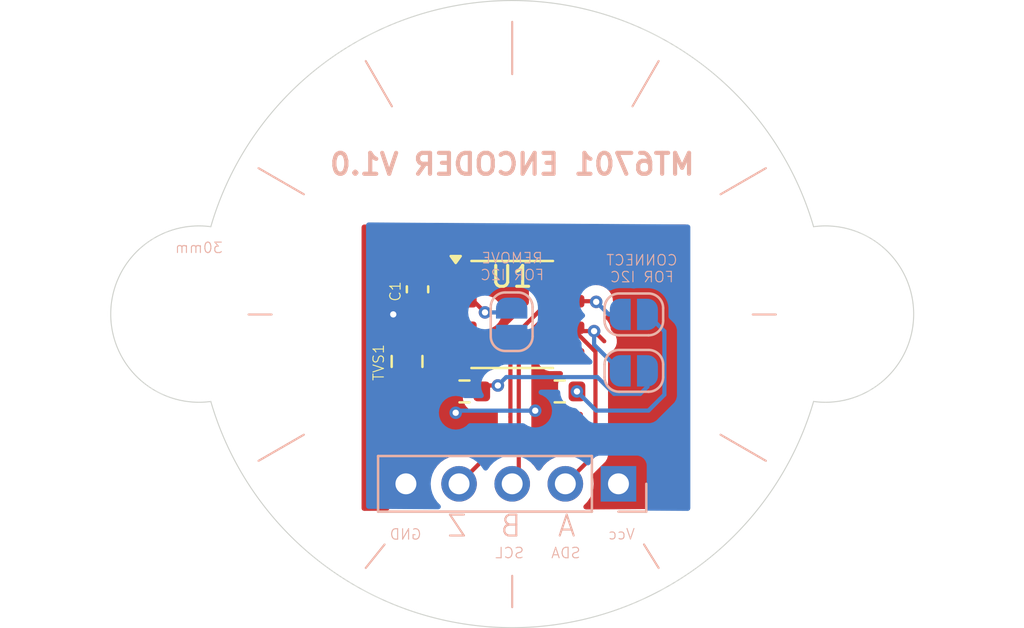
<source format=kicad_pcb>
(kicad_pcb (version 20240108) (generator "pcbnew") (generator_version "8.0")
  (layers (0 "F.Cu" signal) (1 "In1.Cu" signal) (2 "In2.Cu" signal) (31 "B.Cu" signal) (34 "B.Paste" user) (35 "F.Paste" user) (36 "B.SilkS" user "B.Silkscreen") (37 "F.SilkS" user "F.Silkscreen") (38 "B.Mask" user) (39 "F.Mask" user) (44 "Edge.Cuts" user))
  (net 0 "")
  (net 1 "Vcc")
  (net 2 "GND")
  (net 3 "ENC_A")
  (net 4 "ENC_B")
  (net 5 "MODE")
  (net 6 "/OUT")
  (net 8 "Net-(JP1-A)")
  (net 9 "Net-(JP2-A)")
  (net 10 "ENC_Z")
  (footprint "Capacitor_SMD:C_0805_2012Metric" (layer "F.Cu") (at 94.975 102.245 90)
    (property "Reference" "TVS1" (at -0.05 -1.36 90) (layer "F.SilkS") (effects (font (size 0.5 0.5) (thickness 0.05))))
    (property "Value" "SMFJ6.0A / SMFJ6.0CA")
    (fp_line (start -0.261252 -0.735) (end 0.261252 -0.735) (stroke (width 0.12)) (layer "F.SilkS"))
    (fp_line (start -0.261252 0.735) (end 0.261252 0.735) (stroke (width 0.12)) (layer "F.SilkS"))
    (pad "1" smd roundrect (at -0.95 0 90) (size 1 1.45) (layers "F.Cu" "F.Paste" "F.Mask") (net 1 "Vcc"))
    (pad "2" smd roundrect (at 0.95 0 90) (size 1 1.45) (layers "F.Cu" "F.Paste" "F.Mask") (net 2 "GND"))
  )
  (footprint "Capacitor_SMD:C_0603_1608Metric" (layer "F.Cu") (at 95.475 98.795 -90)
    (property "Reference" "C1" (at 0.1 1.06 -90) (layer "F.SilkS") (effects (font (size 0.5 0.5) (thickness 0.05))))
    (property "Value" "C_Small")
    (fp_line (start -0.14058 0.51) (end 0.14058 0.51) (stroke (width 0.12)) (layer "F.SilkS"))
    (fp_line (start -0.14058 -0.51) (end 0.14058 -0.51) (stroke (width 0.12)) (layer "F.SilkS"))
    (pad "1" smd roundrect (at -0.775 0 270) (size 0.9 0.95) (layers "F.Cu" "F.Paste" "F.Mask") (net 1 "Vcc"))
    (pad "2" smd roundrect (at 0.775 0 270) (size 0.9 0.95) (layers "F.Cu" "F.Paste" "F.Mask") (net 2 "GND"))
  )
  (footprint "MountingHole:MountingHole_4.3mm_M4" (layer "F.Cu") (at 115 100)
    (property "Reference" "REF**" (hide yes))
    (property "Value" "MountingHole_4.3mm_M4")
    (pad "" np_thru_hole circle (at 0 0) (size 4.3 4.3) (drill 4.3) (layers "*.Cu" "*.Mask"))
  )
  (footprint "Resistor_SMD:R_0603_1608Metric" (layer "F.Cu") (at 97.72 103.68 180)
    (property "Reference" "R1" (hide yes))
    (property "Value" "R")
    (fp_line (start -0.237258 0.5225) (end 0.237258 0.5225) (stroke (width 0.12)) (layer "F.SilkS"))
    (fp_line (start -0.237258 -0.5225) (end 0.237258 -0.5225) (stroke (width 0.12)) (layer "F.SilkS"))
    (pad "1" smd roundrect (at -0.825 0 180) (size 0.8 0.95) (layers "F.Cu" "F.Paste" "F.Mask") (net 8 "Net-(JP1-A)"))
    (pad "2" smd roundrect (at 0.825 0 180) (size 0.8 0.95) (layers "F.Cu" "F.Paste" "F.Mask") (net 1 "Vcc"))
  )
  (footprint "Resistor_SMD:R_0603_1608Metric" (layer "F.Cu") (at 102.27 103.68 180)
    (property "Reference" "R2" (hide yes))
    (property "Value" "R")
    (fp_line (start -0.237258 0.5225) (end 0.237258 0.5225) (stroke (width 0.12)) (layer "F.SilkS"))
    (fp_line (start -0.237258 -0.5225) (end 0.237258 -0.5225) (stroke (width 0.12)) (layer "F.SilkS"))
    (pad "1" smd roundrect (at -0.825 0 180) (size 0.8 0.95) (layers "F.Cu" "F.Paste" "F.Mask") (net 9 "Net-(JP2-A)"))
    (pad "2" smd roundrect (at 0.825 0 180) (size 0.8 0.95) (layers "F.Cu" "F.Paste" "F.Mask") (net 1 "Vcc"))
  )
  (footprint "Package_SO:SO-8_3.9x4.9mm_P1.27mm" (layer "F.Cu") (at 100 100)
    (property "Reference" "U1" (at -0.025 -1.805 0) (layer "F.SilkS"))
    (property "Value" "MT6701CT")
    (fp_line (start 0 -2.56) (end -1.95 -2.56) (stroke (width 0.12)) (layer "F.SilkS"))
    (fp_line (start 0 -2.56) (end 1.95 -2.56) (stroke (width 0.12)) (layer "F.SilkS"))
    (fp_line (start 0 2.56) (end -1.95 2.56) (stroke (width 0.12)) (layer "F.SilkS"))
    (fp_line (start 0 2.56) (end 1.95 2.56) (stroke (width 0.12)) (layer "F.SilkS"))
    (fp_poly (pts (xy -2.7 -2.465) (xy -2.94 -2.795) (xy -2.46 -2.795) (xy -2.7 -2.465)) (stroke (width 0.12)) (fill solid) (layer "F.SilkS"))
    (pad "1" smd roundrect (at -2.575 -1.905) (size 1.75 0.6) (layers "F.Cu" "F.Paste" "F.Mask") (net 1 "Vcc"))
    (pad "2" smd roundrect (at -2.575 -0.635) (size 1.75 0.6) (layers "F.Cu" "F.Paste" "F.Mask") (net 5 "MODE"))
    (pad "3" smd roundrect (at -2.575 0.635) (size 1.75 0.6) (layers "F.Cu" "F.Paste" "F.Mask") (net 6 "/OUT"))
    (pad "4" smd roundrect (at -2.575 1.905) (size 1.75 0.6) (layers "F.Cu" "F.Paste" "F.Mask") (net 2 "GND"))
    (pad "5" smd roundrect (at 2.575 1.905) (size 1.75 0.6) (layers "F.Cu" "F.Paste" "F.Mask"))
    (pad "6" smd roundrect (at 2.575 0.635) (size 1.75 0.6) (layers "F.Cu" "F.Paste" "F.Mask") (net 3 "ENC_A"))
    (pad "7" smd roundrect (at 2.575 -0.635) (size 1.75 0.6) (layers "F.Cu" "F.Paste" "F.Mask") (net 4 "ENC_B"))
    (pad "8" smd roundrect (at 2.575 -1.905) (size 1.75 0.6) (layers "F.Cu" "F.Paste" "F.Mask") (net 10 "ENC_Z"))
  )
  (footprint "MountingHole:MountingHole_4.3mm_M4" (layer "F.Cu") (at 85 100)
    (property "Reference" "REF**" (hide yes))
    (property "Value" "MountingHole_4.3mm_M4")
    (pad "" np_thru_hole circle (at 0 0) (size 4.3 4.3) (drill 4.3) (layers "*.Cu" "*.Mask"))
  )
  (footprint "Jumper:SolderJumper-2_P1.3mm_Open_RoundedPad1.0x1.5mm" (layer "B.Cu") (at 99.975 100.345 -90)
    (property "Reference" "JP3" (hide yes))
    (property "Value" "SolderJumper_2_Open")
    (fp_line (start 0.7 1) (end -0.7 1) (stroke (width 0.12)) (layer "B.SilkS"))
    (fp_line (start -1.4 0.3) (end -1.4 -0.3) (stroke (width 0.12)) (layer "B.SilkS"))
    (fp_line (start 1.4 -0.3) (end 1.4 0.3) (stroke (width 0.12)) (layer "B.SilkS"))
    (fp_line (start -0.7 -1) (end 0.7 -1) (stroke (width 0.12)) (layer "B.SilkS"))
    (fp_arc (start -0.7 1) (mid -1.194975 0.794975) (end -1.4 0.3) (stroke (width 0.12)) (layer "B.SilkS"))
    (fp_arc (start 1.4 0.3) (mid 1.194975 0.794975) (end 0.7 1) (stroke (width 0.12)) (layer "B.SilkS"))
    (fp_arc (start -1.4 -0.3) (mid -1.194975 -0.794975) (end -0.7 -1) (stroke (width 0.12)) (layer "B.SilkS"))
    (fp_arc (start 0.7 -1) (mid 1.194975 -0.794975) (end 1.4 -0.3) (stroke (width 0.12)) (layer "B.SilkS"))
    (pad "1" smd custom (at -0.65 0 270) (size 1 0.5) (layers "B.Cu" "B.Mask") (net 5 "MODE") (options (clearance outline) (anchor rect)) (primitives (gr_circle (center 0 -0.25) (end 0.5 -0.25) (width 0) (fill yes)) (gr_circle (center 0 0.25) (end 0.5 0.25) (width 0) (fill yes)) (gr_poly (pts (xy 0.5 -0.75) (xy 0 -0.75) (xy 0 0.75) (xy 0.5 0.75)) (width 0) (fill yes))))
    (pad "2" smd custom (at 0.65 0 270) (size 1 0.5) (layers "B.Cu" "B.Mask") (net 2 "GND") (options (clearance outline) (anchor rect)) (primitives (gr_circle (center 0 -0.25) (end 0.5 -0.25) (width 0) (fill yes)) (gr_circle (center 0 0.25) (end 0.5 0.25) (width 0) (fill yes)) (gr_poly (pts (xy 0 -0.75) (xy -0.5 -0.75) (xy -0.5 0.75) (xy 0 0.75)) (width 0) (fill yes))))
  )
  (footprint "Jumper:SolderJumper-2_P1.3mm_Open_RoundedPad1.0x1.5mm" (layer "B.Cu") (at 105.815 102.695 180)
    (property "Reference" "JP1" (hide yes))
    (property "Value" "SolderJumper_2_Open")
    (fp_line (start 1.4 -0.3) (end 1.4 0.3) (stroke (width 0.12)) (layer "B.SilkS"))
    (fp_line (start 0.7 1) (end -0.7 1) (stroke (width 0.12)) (layer "B.SilkS"))
    (fp_line (start -0.7 -1) (end 0.7 -1) (stroke (width 0.12)) (layer "B.SilkS"))
    (fp_line (start -1.4 0.3) (end -1.4 -0.3) (stroke (width 0.12)) (layer "B.SilkS"))
    (fp_arc (start 1.4 0.3) (mid 1.194975 0.794975) (end 0.7 1) (stroke (width 0.12)) (layer "B.SilkS"))
    (fp_arc (start 0.7 -1) (mid 1.194975 -0.794975) (end 1.4 -0.3) (stroke (width 0.12)) (layer "B.SilkS"))
    (fp_arc (start -0.7 1) (mid -1.194975 0.794975) (end -1.4 0.3) (stroke (width 0.12)) (layer "B.SilkS"))
    (fp_arc (start -1.4 -0.3) (mid -1.194975 -0.794975) (end -0.7 -1) (stroke (width 0.12)) (layer "B.SilkS"))
    (pad "1" smd custom (at -0.65 0 180) (size 1 0.5) (layers "B.Cu" "B.Mask") (net 8 "Net-(JP1-A)") (options (clearance outline) (anchor rect)) (primitives (gr_circle (center 0 -0.25) (end 0.5 -0.25) (width 0) (fill yes)) (gr_circle (center 0 0.25) (end 0.5 0.25) (width 0) (fill yes)) (gr_poly (pts (xy 0.5 -0.75) (xy 0 -0.75) (xy 0 0.75) (xy 0.5 0.75)) (width 0) (fill yes))))
    (pad "2" smd custom (at 0.65 0 180) (size 1 0.5) (layers "B.Cu" "B.Mask") (net 3 "ENC_A") (options (clearance outline) (anchor rect)) (primitives (gr_circle (center 0 -0.25) (end 0.5 -0.25) (width 0) (fill yes)) (gr_circle (center 0 0.25) (end 0.5 0.25) (width 0) (fill yes)) (gr_poly (pts (xy 0 -0.75) (xy -0.5 -0.75) (xy -0.5 0.75) (xy 0 0.75)) (width 0) (fill yes))))
  )
  (footprint "Jumper:SolderJumper-2_P1.3mm_Open_RoundedPad1.0x1.5mm" (layer "B.Cu") (at 105.815 99.995 180)
    (property "Reference" "JP2" (hide yes))
    (property "Value" "SolderJumper_2_Open")
    (fp_line (start 1.4 -0.3) (end 1.4 0.3) (stroke (width 0.12)) (layer "B.SilkS"))
    (fp_line (start 0.7 1) (end -0.7 1) (stroke (width 0.12)) (layer "B.SilkS"))
    (fp_line (start -0.7 -1) (end 0.7 -1) (stroke (width 0.12)) (layer "B.SilkS"))
    (fp_line (start -1.4 0.3) (end -1.4 -0.3) (stroke (width 0.12)) (layer "B.SilkS"))
    (fp_arc (start 1.4 0.3) (mid 1.194975 0.794975) (end 0.7 1) (stroke (width 0.12)) (layer "B.SilkS"))
    (fp_arc (start 0.7 -1) (mid 1.194975 -0.794975) (end 1.4 -0.3) (stroke (width 0.12)) (layer "B.SilkS"))
    (fp_arc (start -0.7 1) (mid -1.194975 0.794975) (end -1.4 0.3) (stroke (width 0.12)) (layer "B.SilkS"))
    (fp_arc (start -1.4 -0.3) (mid -1.194975 -0.794975) (end -0.7 -1) (stroke (width 0.12)) (layer "B.SilkS"))
    (pad "1" smd custom (at -0.65 0 180) (size 1 0.5) (layers "B.Cu" "B.Mask") (net 9 "Net-(JP2-A)") (options (clearance outline) (anchor rect)) (primitives (gr_circle (center 0 -0.25) (end 0.5 -0.25) (width 0) (fill yes)) (gr_circle (center 0 0.25) (end 0.5 0.25) (width 0) (fill yes)) (gr_poly (pts (xy 0.5 -0.75) (xy 0 -0.75) (xy 0 0.75) (xy 0.5 0.75)) (width 0) (fill yes))))
    (pad "2" smd custom (at 0.65 0 180) (size 1 0.5) (layers "B.Cu" "B.Mask") (net 4 "ENC_B") (options (clearance outline) (anchor rect)) (primitives (gr_circle (center 0 -0.25) (end 0.5 -0.25) (width 0) (fill yes)) (gr_circle (center 0 0.25) (end 0.5 0.25) (width 0) (fill yes)) (gr_poly (pts (xy 0 -0.75) (xy -0.5 -0.75) (xy -0.5 0.75) (xy 0 0.75)) (width 0) (fill yes))))
  )
  (footprint "Connector_PinHeader_2.54mm:PinHeader_1x05_P2.54mm_Vertical" (layer "B.Cu") (at 105.08 108.1 90)
    (property "Reference" "J5" (hide yes))
    (property "Value" "Conn_01x05")
    (fp_line (start 1.33 -11.49) (end -1.33 -11.49) (stroke (width 0.12)) (layer "B.SilkS"))
    (fp_line (start 1.33 -11.49) (end 1.33 -1.27) (stroke (width 0.12)) (layer "B.SilkS"))
    (fp_line (start -1.33 -11.49) (end -1.33 -1.27) (stroke (width 0.12)) (layer "B.SilkS"))
    (fp_line (start 1.33 -1.27) (end -1.33 -1.27) (stroke (width 0.12)) (layer "B.SilkS"))
    (fp_line (start 0 1.33) (end -1.33 1.33) (stroke (width 0.12)) (layer "B.SilkS"))
    (fp_line (start -1.33 1.33) (end -1.33 0) (stroke (width 0.12)) (layer "B.SilkS"))
    (pad "1" thru_hole rect (at 0 0 90) (size 1.7 1.7) (drill 1) (layers "*.Cu" "*.Mask") (net 1 "Vcc"))
    (pad "2" thru_hole oval (at 0 -2.54 90) (size 1.7 1.7) (drill 1) (layers "*.Cu" "*.Mask") (net 3 "ENC_A"))
    (pad "3" thru_hole oval (at 0 -5.08 90) (size 1.7 1.7) (drill 1) (layers "*.Cu" "*.Mask") (net 4 "ENC_B"))
    (pad "4" thru_hole oval (at 0 -7.62 90) (size 1.7 1.7) (drill 1) (layers "*.Cu" "*.Mask") (net 10 "ENC_Z"))
    (pad "5" thru_hole oval (at 0 -10.16 90) (size 1.7 1.7) (drill 1) (layers "*.Cu" "*.Mask") (net 2 "GND"))
  )
  (gr_line (start 109.959292 105.75) (end 112.124356 107) (stroke (width 0.1)) (layer "B.SilkS"))
  (gr_line (start 106.3 111) (end 107 112.124356) (stroke (width 0.1)) (layer "B.SilkS"))
  (gr_line (start 100 112.5) (end 100 114) (stroke (width 0.1)) (layer "B.SilkS"))
  (gr_line (start 105.75 90.040708) (end 107 87.875644) (stroke (width 0.1)) (layer "B.SilkS"))
  (gr_line (start 90.040708 105.75) (end 87.875644 107) (stroke (width 0.1)) (layer "B.SilkS"))
  (gr_line (start 88.5 100) (end 87.4 100) (stroke (width 0.1)) (layer "B.SilkS"))
  (gr_line (start 90.040708 94.25) (end 87.875644 93) (stroke (width 0.1)) (layer "B.SilkS"))
  (gr_line (start 100 88.5) (end 100 86) (stroke (width 0.1)) (layer "B.SilkS"))
  (gr_line (start 94.25 90.040708) (end 93 87.875644) (stroke (width 0.1)) (layer "B.SilkS"))
  (gr_line (start 109.959292 94.25) (end 112.124356 93) (stroke (width 0.1)) (layer "B.SilkS"))
  (gr_line (start 93.9 111) (end 93 112.124356) (stroke (width 0.1)) (layer "B.SilkS"))
  (gr_line (start 111.5 100) (end 112.6 100) (stroke (width 0.1)) (layer "B.SilkS"))
  (gr_circle (center 115 99.980153) (end 117 99.980153) (stroke (width 0.2)) (fill none) (layer "Edge.Cuts"))
  (gr_arc (start 114.405774 104.160306) (mid 100 114.980153) (end 85.594226 104.160306) (stroke (width 0.05)) (layer "Edge.Cuts"))
  (gr_arc (start 85.594227 95.8) (mid 100 84.980153) (end 114.405773 95.8) (stroke (width 0.05)) (layer "Edge.Cuts"))
  (gr_arc (start 114.405774 95.8) (mid 119.189852 99.980153) (end 114.405774 104.160306) (stroke (width 0.05)) (layer "Edge.Cuts"))
  (gr_circle (center 85 99.980153) (end 87 99.980153) (stroke (width 0.2)) (fill none) (layer "Edge.Cuts"))
  (gr_arc (start 85.594226 104.160306) (mid 80.810147 99.980153) (end 85.594226 95.8) (stroke (width 0.05)) (layer "Edge.Cuts"))
  (gr_text "GND" (at 95.7 110.8105 0) (layer "B.SilkS") (effects (font (size 0.5 0.5) (thickness 0.05)) (justify left bottom mirror)))
  (gr_text "SDA" (at 103.3 111.7 0) (layer "B.SilkS") (effects (font (size 0.5 0.5) (thickness 0.05)) (justify left bottom mirror)))
  (gr_text "30mm" (at 86.2 97.1 0) (layer "B.SilkS") (effects (font (size 0.5 0.5) (thickness 0.05)) (justify left bottom mirror)))
  (gr_text "SCL\n" (at 100.6 111.7 0) (layer "B.SilkS") (effects (font (size 0.5 0.5) (thickness 0.05)) (justify left bottom mirror)))
  (gr_text "Vcc" (at 105.9 110.8 0) (layer "B.SilkS") (effects (font (size 0.5 0.5) (thickness 0.05)) (justify left bottom mirror)))
  (gr_text "REMOVE\nFOR I2C" (at 100 98.4 0) (layer "B.SilkS") (effects (font (size 0.5 0.5) (thickness 0.05)) (justify bottom mirror)))
  (gr_text "B" (at 100.5 110.7 0) (layer "B.SilkS") (effects (font (size 1 1) (thickness 0.1)) (justify left bottom mirror)))
  (gr_text "CONNECT\nFOR I2C" (at 106.2 98.5 0) (layer "B.SilkS") (effects (font (size 0.5 0.5) (thickness 0.05)) (justify bottom mirror)))
  (gr_text "MT6701 ENCODER V1.0" (at 100 93.4 0) (layer "B.SilkS") (effects (font (size 1 1) (thickness 0.2) (bold yes)) (justify bottom mirror)))
  (gr_text "Z" (at 97.9 110.7 0) (layer "B.SilkS") (effects (font (size 1 1) (thickness 0.1)) (justify left bottom mirror)))
  (gr_text "A" (at 103.1 110.7 0) (layer "B.SilkS") (effects (font (size 1 1) (thickness 0.1)) (justify left bottom mirror)))
  (segment (start 94.39 98.02) (end 94.315 98.095) (width 0.2) (layer "F.Cu") (net 1))
  (segment (start 95.475 98.02) (end 94.39 98.02) (width 0.2) (layer "F.Cu") (net 1))
  (segment (start 97.3 104.7) (end 97.3 104.085) (width 0.2) (layer "F.Cu") (net 1))
  (segment (start 97.425 98.095) (end 95.55 98.095) (width 0.2) (layer "F.Cu") (net 1))
  (segment (start 95.55 98.095) (end 95.475 98.02) (width 0.2) (layer "F.Cu") (net 1))
  (segment (start 101.445 104.255) (end 101.1 104.6) (width 0.2) (layer "F.Cu") (net 1))
  (segment (start 95.475 98.02) (end 95.475 97.155) (width 0.2) (layer "F.Cu") (net 1))
  (segment (start 101.445 103.68) (end 101.445 104.255) (width 0.2) (layer "F.Cu") (net 1))
  (segment (start 95.475 97.155) (end 95.415 97.095) (width 0.2) (layer "F.Cu") (net 1))
  (segment (start 97.3 104.085) (end 96.895 103.68) (width 0.2) (layer "F.Cu") (net 1))
  (via (at 97.3 104.7) (size 0.6) (drill 0.3) (layers "F.Cu" "B.Cu") (net 1))
  (via (at 101.1 104.6) (size 0.6) (drill 0.3) (layers "F.Cu" "B.Cu") (net 1))
  (segment (start 101.1 104.6) (end 97.4 104.6) (width 0.2) (layer "B.Cu") (net 1))
  (segment (start 97.4 104.6) (end 97.3 104.7) (width 0.2) (layer "B.Cu") (net 1))
  (segment (start 95.475 99.57) (end 95.475 100.795) (width 0.2) (layer "F.Cu") (net 2))
  (segment (start 94.975 101.295) (end 94.975 100.655) (width 0.2) (layer "F.Cu") (net 2))
  (segment (start 97.425 101.905) (end 95.585 101.905) (width 0.2) (layer "F.Cu") (net 2))
  (segment (start 95.475 100.795) (end 94.975 101.295) (width 0.2) (layer "F.Cu") (net 2))
  (segment (start 94.975 100.655) (end 94.315 99.995) (width 0.2) (layer "F.Cu") (net 2))
  (segment (start 95.585 101.905) (end 94.975 101.295) (width 0.2) (layer "F.Cu") (net 2))
  (via (at 94.315 99.995) (size 0.6) (drill 0.3) (layers "F.Cu" "B.Cu") (net 2))
  (segment (start 103.915 100.795) (end 104.4 101.28) (width 0.2) (layer "F.Cu") (net 3))
  (segment (start 102.835 100.635) (end 103.98 101.78) (width 0.2) (layer "F.Cu") (net 3))
  (segment (start 103.98 101.78) (end 103.98 105.5) (width 0.2) (layer "F.Cu") (net 3))
  (segment (start 102.54 108.1) (end 103.98 106.66) (width 0.2) (layer "F.Cu") (net 3))
  (segment (start 103.98 106.66) (end 103.98 105.5) (width 0.2) (layer "F.Cu") (net 3))
  (segment (start 102.735 100.795) (end 102.575 100.635) (width 0.2) (layer "F.Cu") (net 3))
  (segment (start 103.915 100.795) (end 102.735 100.795) (width 0.2) (layer "F.Cu") (net 3))
  (segment (start 102.575 100.635) (end 102.835 100.635) (width 0.2) (layer "F.Cu") (net 3))
  (via (at 103.915 100.795) (size 0.6) (drill 0.3) (layers "F.Cu" "B.Cu") (net 3))
  (segment (start 103.915 101.445) (end 103.915 100.795) (width 0.2) (layer "B.Cu") (net 3))
  (segment (start 105.165 102.695) (end 103.915 101.445) (width 0.2) (layer "B.Cu") (net 3))
  (segment (start 100.315 101.379448) (end 102.329448 99.365) (width 0.2) (layer "F.Cu") (net 4))
  (segment (start 102.575 99.365) (end 103.985 99.365) (width 0.2) (layer "F.Cu") (net 4))
  (segment (start 100.315 107.785) (end 100.315 101.379448) (width 0.2) (layer "F.Cu") (net 4))
  (segment (start 103.985 99.365) (end 104.015 99.395) (width 0.2) (layer "F.Cu") (net 4))
  (segment (start 102.329448 99.365) (end 102.575 99.365) (width 0.2) (layer "F.Cu") (net 4))
  (segment (start 100 108.1) (end 100.315 107.785) (width 0.2) (layer "F.Cu") (net 4))
  (via (at 104.015 99.395) (size 0.6) (drill 0.3) (layers "F.Cu" "B.Cu") (net 4))
  (segment (start 104.615 99.995) (end 104.015 99.395) (width 0.2) (layer "B.Cu") (net 4))
  (segment (start 105.165 99.995) (end 104.615 99.995) (width 0.2) (layer "B.Cu") (net 4))
  (segment (start 98.165 99.365) (end 98.7 99.9) (width 0.2) (layer "F.Cu") (net 5))
  (segment (start 97.425 99.365) (end 98.165 99.365) (width 0.2) (layer "F.Cu") (net 5))
  (via (at 98.7 99.9) (size 0.6) (drill 0.3) (layers "F.Cu" "B.Cu") (net 5))
  (segment (start 99.77 99.9) (end 99.975 99.695) (width 0.2) (layer "B.Cu") (net 5))
  (segment (start 98.7 99.9) (end 99.77 99.9) (width 0.2) (layer "B.Cu") (net 5))
  (segment (start 99.315 103.395) (end 98.83 103.395) (width 0.2) (layer "F.Cu") (net 8))
  (segment (start 98.83 103.395) (end 98.545 103.68) (width 0.2) (layer "F.Cu") (net 8))
  (via (at 99.315 103.395) (size 0.6) (drill 0.3) (layers "F.Cu" "B.Cu") (net 8))
  (segment (start 104.871123 103.795) (end 104.071123 102.995) (width 0.2) (layer "B.Cu") (net 8))
  (segment (start 106.465 103.45) (end 106.12 103.795) (width 0.2) (layer "B.Cu") (net 8))
  (segment (start 106.465 102.695) (end 106.465 103.45) (width 0.2) (layer "B.Cu") (net 8))
  (segment (start 106.12 103.795) (end 104.871123 103.795) (width 0.2) (layer "B.Cu") (net 8))
  (segment (start 99.715 102.995) (end 99.315 103.395) (width 0.2) (layer "B.Cu") (net 8))
  (segment (start 104.071123 102.995) (end 99.715 102.995) (width 0.2) (layer "B.Cu") (net 8))
  (via (at 103.095 103.68) (size 0.6) (drill 0.3) (layers "F.Cu" "B.Cu") (net 9))
  (segment (start 106.515 104.595) (end 107.275091 103.834909) (width 0.2) (layer "B.Cu") (net 9))
  (segment (start 104.01 104.595) (end 106.515 104.595) (width 0.2) (layer "B.Cu") (net 9))
  (segment (start 107.275091 103.834909) (end 107.275091 100.805091) (width 0.2) (layer "B.Cu") (net 9))
  (segment (start 103.095 103.68) (end 104.01 104.595) (width 0.2) (layer "B.Cu") (net 9))
  (segment (start 103.21 103.795) (end 103.095 103.68) (width 0.2) (layer "B.Cu") (net 9))
  (segment (start 107.275091 100.805091) (end 106.465 99.995) (width 0.2) (layer "B.Cu") (net 9))
  (segment (start 101.700001 98.095) (end 102.575 98.095) (width 0.2) (layer "F.Cu") (net 10))
  (segment (start 101.4 98.395001) (end 101.700001 98.095) (width 0.2) (layer "F.Cu") (net 10))
  (segment (start 97.46 108.1) (end 99.915 105.645) (width 0.2) (layer "F.Cu") (net 10))
  (segment (start 101.4 99.728762) (end 101.4 98.395001) (width 0.2) (layer "F.Cu") (net 10))
  (segment (start 99.915 104.9) (end 99.915 101.213762) (width 0.2) (layer "F.Cu") (net 10))
  (segment (start 99.915 105.645) (end 99.915 104.9) (width 0.2) (layer "F.Cu") (net 10))
  (segment (start 97.9 108.052648) (end 97.9 107.7) (width 0.2) (layer "F.Cu") (net 10))
  (segment (start 99.915 101.213762) (end 101.4 99.728762) (width 0.2) (layer "F.Cu") (net 10))
  (zone (net 1) (net_name "Vcc") (layer "F.Cu") (priority 1) (connect_pads yes (clearance 0.5)) (min_thickness 0.25) (fill yes (thermal_gap 0.5) (thermal_bridge_width 0.5))
    (polygon (pts (xy 92.8 95.695) (xy 92.8 109.395) (xy 108.4 109.295) (xy 108.4 95.695)))
  )
  (zone (net 0) (net_name "") (layer "F.Cu") (connect_pads (clearance 0)) (min_thickness 0.25)
    (keepout (tracks allowed) (vias allowed) (pads allowed) (copperpour not_allowed) (footprints allowed))
    (fill (thermal_gap 0.5) (thermal_bridge_width 0.5))
    (polygon (pts (xy 98.415 97.495) (xy 95.015 97.495) (xy 95.015 98.595) (xy 98.415 98.595)))
  )
  (zone (net 2) (net_name "GND") (layers "In1.Cu" "In2.Cu" "B.Cu") (connect_pads yes (clearance 0.5)) (min_thickness 0.25) (fill yes (thermal_gap 0.5) (thermal_bridge_width 0.5))
    (polygon (pts (xy 93.015 95.595) (xy 108.515 95.695) (xy 108.515 109.395) (xy 93.015 109.295)))
  )
)
</source>
